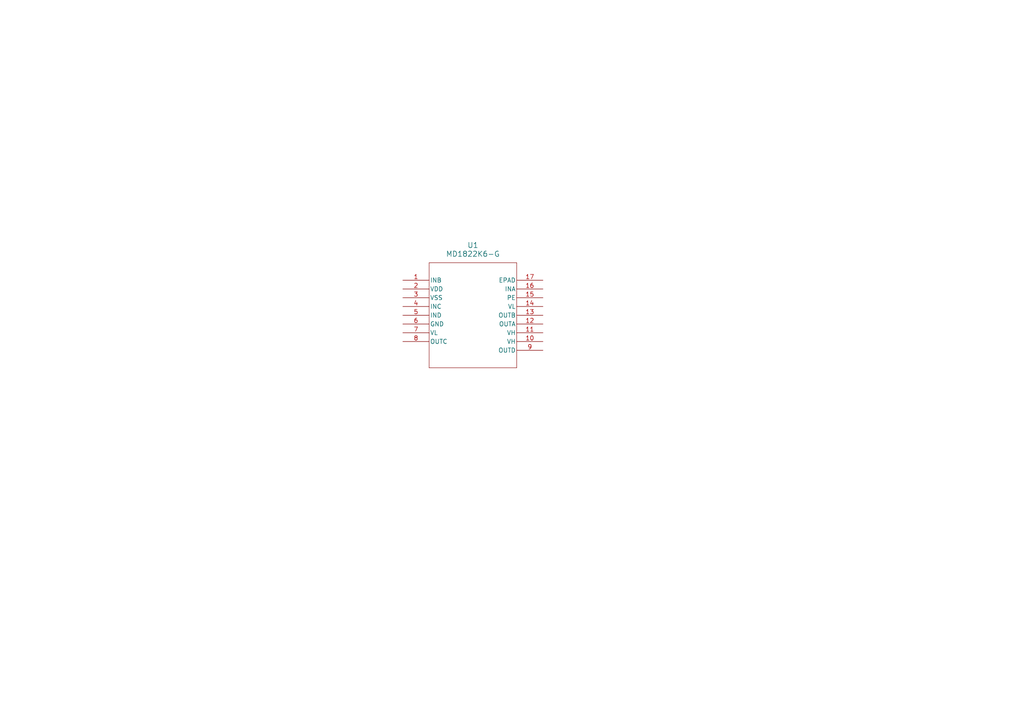
<source format=kicad_sch>
(kicad_sch (version 20231120) (generator "eeschema") (generator_version "8.0")
  (paper "A4")
  (lib_symbols
    (symbol "MD1822K6-G:MD1822K6-G" (pin_names (offset 0.254))
      (property "Reference" "U" (at 20.32 10.16 0))
      (property "Value" "MD1822K6-G" (at 20.32 7.62 0))
      (symbol "MD1822K6-G_0_1"
        (polyline (pts (xy 7.62 -25.4) (xy 33.02 -25.4)) (stroke (width 0.127)))
        (polyline (pts (xy 7.62 5.08) (xy 7.62 -25.4)) (stroke (width 0.127)))
        (polyline (pts (xy 33.02 -25.4) (xy 33.02 5.08)) (stroke (width 0.127)))
        (polyline (pts (xy 33.02 5.08) (xy 7.62 5.08)) (stroke (width 0.127)))
        (pin input line (at 0 0 0) (length 7.62) (name "INB") (number "1"))
        (pin power_in line (at 40.64 -17.78 180) (length 7.62) (name "VH") (number "10"))
        (pin power_in line (at 40.64 -15.24 180) (length 7.62) (name "VH") (number "11"))
        (pin output line (at 40.64 -12.7 180) (length 7.62) (name "OUTA") (number "12"))
        (pin output line (at 40.64 -10.16 180) (length 7.62) (name "OUTB") (number "13"))
        (pin power_in line (at 40.64 -7.62 180) (length 7.62) (name "VL") (number "14"))
        (pin input line (at 40.64 -5.08 180) (length 7.62) (name "PE") (number "15"))
        (pin input line (at 40.64 -2.54 180) (length 7.62) (name "INA") (number "16"))
        (pin unspecified line (at 40.64 0 180) (length 7.62) (name "EPAD") (number "17"))
        (pin power_in line (at 0 -2.54 0) (length 7.62) (name "VDD") (number "2"))
        (pin power_in line (at 0 -5.08 0) (length 7.62) (name "VSS") (number "3"))
        (pin input line (at 0 -7.62 0) (length 7.62) (name "INC") (number "4"))
        (pin input line (at 0 -10.16 0) (length 7.62) (name "IND") (number "5"))
        (pin power_out line (at 0 -12.7 0) (length 7.62) (name "GND") (number "6"))
        (pin power_in line (at 0 -15.24 0) (length 7.62) (name "VL") (number "7"))
        (pin output line (at 0 -17.78 0) (length 7.62) (name "OUTC") (number "8"))
        (pin output line (at 40.64 -20.32 180) (length 7.62) (name "OUTD") (number "9"))
      )
    )
  )
  (symbol (lib_id "MD1822K6-G:MD1822K6-G") (at 116.84 81.28 0) (unit 1)
    (property "Reference" "U1" (at 137.16 71.12 0) (effects (font (size 1.524 1.524))))
    (property "Value" "MD1822K6-G" (at 137.16 73.66 0) (effects (font (size 1.524 1.524))))
    (property "Footprint" "QFN16_3x3K6_MCH" (effects (hide yes)))
    (property "Datasheet" "MD1822K6-G" (effects (hide yes)))
  )
)
</source>
